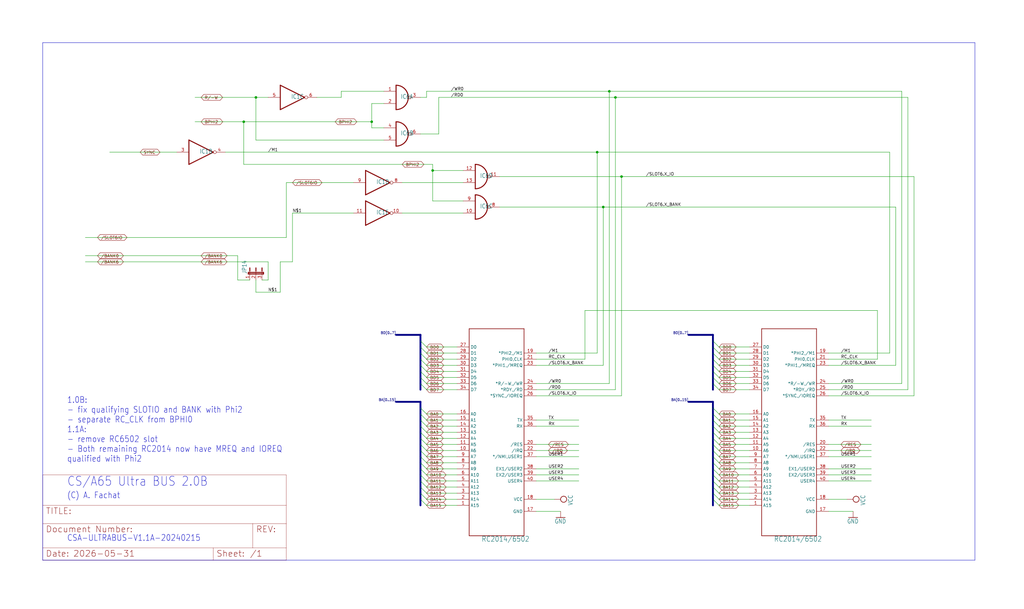
<source format=kicad_sch>
(kicad_sch (version 20231120) (generator "eeschema") (generator_version "8.0")
  (paper "User" 426.872 254.152)
  (lib_symbols
    (symbol "csa_ultrabus_v2-eagle-import:7400D"
      (property "Reference" "IC" (at -0.635 -0.635 0))
      (symbol "7400D_1_0"
        (arc (start -2.54 -5.08) (mid 2.5179 0) (end -2.54 5.08) (stroke (width 0.4064)))
        (polyline (pts (xy -2.54 5.08) (xy -2.54 -5.08)) (stroke (width 0.4064)))
        (pin input line (at -7.62 2.54 0) (length 5.08) (name "I0") (number "1"))
        (pin input line (at -7.62 -2.54 0) (length 5.08) (name "I1") (number "2"))
        (pin output inverted (at 7.62 0 180) (length 5.08) (name "O") (number "3"))
      )
      (symbol "7400D_2_0"
        (arc (start -2.54 -5.08) (mid 2.5179 0) (end -2.54 5.08) (stroke (width 0.4064)))
        (polyline (pts (xy -2.54 5.08) (xy -2.54 -5.08)) (stroke (width 0.4064)))
        (pin input line (at -7.62 2.54 0) (length 5.08) (name "I0") (number "4"))
        (pin input line (at -7.62 -2.54 0) (length 5.08) (name "I1") (number "5"))
        (pin output inverted (at 7.62 0 180) (length 5.08) (name "O") (number "6"))
      )
      (symbol "7400D_3_0"
        (arc (start -2.54 -5.08) (mid 2.5179 0) (end -2.54 5.08) (stroke (width 0.4064)))
        (polyline (pts (xy -2.54 5.08) (xy -2.54 -5.08)) (stroke (width 0.4064)))
        (pin input line (at -7.62 -2.54 0) (length 5.08) (name "I1") (number "10"))
        (pin output inverted (at 7.62 0 180) (length 5.08) (name "O") (number "8"))
        (pin input line (at -7.62 2.54 0) (length 5.08) (name "I0") (number "9"))
      )
      (symbol "7400D_4_0"
        (arc (start -2.54 -5.08) (mid 2.5179 0) (end -2.54 5.08) (stroke (width 0.4064)))
        (polyline (pts (xy -2.54 5.08) (xy -2.54 -5.08)) (stroke (width 0.4064)))
        (pin output inverted (at 7.62 0 180) (length 5.08) (name "O") (number "11"))
        (pin input line (at -7.62 2.54 0) (length 5.08) (name "I0") (number "12"))
        (pin input line (at -7.62 -2.54 0) (length 5.08) (name "I1") (number "13"))
      )
      (symbol "7400D_5_0"
        (text "GND" (at 1.905 -5.842 900) (effects (font (size 1.27 1.0795)) (justify left bottom)))
        (text "VCC" (at 1.905 2.54 900) (effects (font (size 1.27 1.0795)) (justify left bottom)))
        (pin power_in line (at 0 7.62 270) (length 5.08) (name "VCC") (number "14"))
        (pin power_in line (at 0 -7.62 90) (length 5.08) (name "GND") (number "7"))
      )
    )
    (symbol "csa_ultrabus_v2-eagle-import:7404D"
      (property "Reference" "IC" (at -0.635 -0.635 0))
      (symbol "7404D_1_0"
        (polyline (pts (xy -5.08 -5.08) (xy -5.08 5.08)) (stroke (width 0.4064)))
        (polyline (pts (xy -5.08 5.08) (xy 5.08 0)) (stroke (width 0.4064)))
        (polyline (pts (xy 5.08 0) (xy -5.08 -5.08)) (stroke (width 0.4064)))
        (pin input line (at -10.16 0 0) (length 5.08) (name "I") (number "1"))
        (pin output inverted (at 10.16 0 180) (length 5.08) (name "O") (number "2"))
      )
      (symbol "7404D_2_0"
        (polyline (pts (xy -5.08 -5.08) (xy -5.08 5.08)) (stroke (width 0.4064)))
        (polyline (pts (xy -5.08 5.08) (xy 5.08 0)) (stroke (width 0.4064)))
        (polyline (pts (xy 5.08 0) (xy -5.08 -5.08)) (stroke (width 0.4064)))
        (pin input line (at -10.16 0 0) (length 5.08) (name "I") (number "3"))
        (pin output inverted (at 10.16 0 180) (length 5.08) (name "O") (number "4"))
      )
      (symbol "7404D_3_0"
        (polyline (pts (xy -5.08 -5.08) (xy -5.08 5.08)) (stroke (width 0.4064)))
        (polyline (pts (xy -5.08 5.08) (xy 5.08 0)) (stroke (width 0.4064)))
        (polyline (pts (xy 5.08 0) (xy -5.08 -5.08)) (stroke (width 0.4064)))
        (pin input line (at -10.16 0 0) (length 5.08) (name "I") (number "5"))
        (pin output inverted (at 10.16 0 180) (length 5.08) (name "O") (number "6"))
      )
      (symbol "7404D_4_0"
        (polyline (pts (xy -5.08 -5.08) (xy -5.08 5.08)) (stroke (width 0.4064)))
        (polyline (pts (xy -5.08 5.08) (xy 5.08 0)) (stroke (width 0.4064)))
        (polyline (pts (xy 5.08 0) (xy -5.08 -5.08)) (stroke (width 0.4064)))
        (pin output inverted (at 10.16 0 180) (length 5.08) (name "O") (number "8"))
        (pin input line (at -10.16 0 0) (length 5.08) (name "I") (number "9"))
      )
      (symbol "7404D_5_0"
        (polyline (pts (xy -5.08 -5.08) (xy -5.08 5.08)) (stroke (width 0.4064)))
        (polyline (pts (xy -5.08 5.08) (xy 5.08 0)) (stroke (width 0.4064)))
        (polyline (pts (xy 5.08 0) (xy -5.08 -5.08)) (stroke (width 0.4064)))
        (pin output inverted (at 10.16 0 180) (length 5.08) (name "O") (number "10"))
        (pin input line (at -10.16 0 0) (length 5.08) (name "I") (number "11"))
      )
      (symbol "7404D_6_0"
        (polyline (pts (xy -5.08 -5.08) (xy -5.08 5.08)) (stroke (width 0.4064)))
        (polyline (pts (xy -5.08 5.08) (xy 5.08 0)) (stroke (width 0.4064)))
        (polyline (pts (xy 5.08 0) (xy -5.08 -5.08)) (stroke (width 0.4064)))
        (pin output inverted (at 10.16 0 180) (length 5.08) (name "O") (number "12"))
        (pin input line (at -10.16 0 0) (length 5.08) (name "I") (number "13"))
      )
      (symbol "7404D_7_0"
        (text "GND" (at 1.905 -5.842 900) (effects (font (size 1.27 1.0795)) (justify left bottom)))
        (text "VCC" (at 1.905 2.54 900) (effects (font (size 1.27 1.0795)) (justify left bottom)))
        (pin power_in line (at 0 7.62 270) (length 5.08) (name "VCC") (number "14"))
        (pin power_in line (at 0 -7.62 90) (length 5.08) (name "GND") (number "7"))
      )
    )
    (symbol "csa_ultrabus_v2-eagle-import:DOCFIELD"
      (symbol "DOCFIELD_1_0"
        (polyline (pts (xy 0 0) (xy 0 5.08)) (stroke (width 0.1016)))
        (polyline (pts (xy 0 0) (xy 71.12 0)) (stroke (width 0.1016)))
        (polyline (pts (xy 0 5.08) (xy 0 15.24)) (stroke (width 0.1016)))
        (polyline (pts (xy 0 5.08) (xy 71.12 5.08)) (stroke (width 0.1016)))
        (polyline (pts (xy 0 15.24) (xy 0 22.86)) (stroke (width 0.1016)))
        (polyline (pts (xy 0 22.86) (xy 0 35.56)) (stroke (width 0.1016)))
        (polyline (pts (xy 0 22.86) (xy 101.6 22.86)) (stroke (width 0.1016)))
        (polyline (pts (xy 71.12 0) (xy 101.6 0)) (stroke (width 0.1016)))
        (polyline (pts (xy 71.12 5.08) (xy 71.12 0)) (stroke (width 0.1016)))
        (polyline (pts (xy 71.12 5.08) (xy 87.63 5.08)) (stroke (width 0.1016)))
        (polyline (pts (xy 87.63 5.08) (xy 101.6 5.08)) (stroke (width 0.1016)))
        (polyline (pts (xy 87.63 15.24) (xy 0 15.24)) (stroke (width 0.1016)))
        (polyline (pts (xy 87.63 15.24) (xy 87.63 5.08)) (stroke (width 0.1016)))
        (polyline (pts (xy 101.6 5.08) (xy 101.6 0)) (stroke (width 0.1016)))
        (polyline (pts (xy 101.6 15.24) (xy 87.63 15.24)) (stroke (width 0.1016)))
        (polyline (pts (xy 101.6 15.24) (xy 101.6 5.08)) (stroke (width 0.1016)))
        (polyline (pts (xy 101.6 22.86) (xy 101.6 15.24)) (stroke (width 0.1016)))
        (polyline (pts (xy 101.6 35.56) (xy 0 35.56)) (stroke (width 0.1016)))
        (polyline (pts (xy 101.6 35.56) (xy 101.6 22.86)) (stroke (width 0.1016)))
        (text "${#}/${##}" (at 86.36 1.27 0) (effects (font (size 2.54 2.54)) (justify left bottom)))
        (text "${CURRENT_DATE}" (at 12.7 1.27 0) (effects (font (size 2.54 2.54)) (justify left bottom)))
        (text "${PROJECTNAME}" (at 17.78 19.05 0) (effects (font (size 2.54 2.54)) (justify left bottom)))
        (text "Date:" (at 1.27 1.27 0) (effects (font (size 2.54 2.54)) (justify left bottom)))
        (text "Document Number:" (at 1.27 11.43 0) (effects (font (size 2.54 2.54)) (justify left bottom)))
        (text "REV:" (at 88.9 11.43 0) (effects (font (size 2.54 2.54)) (justify left bottom)))
        (text "Sheet:" (at 72.39 1.27 0) (effects (font (size 2.54 2.54)) (justify left bottom)))
        (text "TITLE:" (at 1.27 19.05 0) (effects (font (size 2.54 2.54)) (justify left bottom)))
      )
    )
    (symbol "csa_ultrabus_v2-eagle-import:GND" (power)
      (property "Value" "GND" (at -2.54 -2.54 0))
      (symbol "GND_1_0"
        (polyline (pts (xy -1.905 0) (xy 1.905 0)) (stroke (width 0.254)))
        (pin power_in line (at 0 2.54 270) (length 2.54) (name "GND") (number "1"))
      )
    )
    (symbol "csa_ultrabus_v2-eagle-import:JP2E"
      (property "Reference" "JP" (at -3.81 0 90))
      (symbol "JP2E_1_0"
        (polyline (pts (xy -3.175 0) (xy 3.175 0)) (stroke (width 0.4064)))
        (polyline (pts (xy -3.175 0.635) (xy -3.175 0)) (stroke (width 0.4064)))
        (polyline (pts (xy -2.54 0) (xy -2.54 1.27)) (stroke (width 0.1524)))
        (polyline (pts (xy -2.54 2.54) (xy -2.54 1.27)) (stroke (width 0.4064)))
        (polyline (pts (xy 0 0) (xy 0 1.27)) (stroke (width 0.1524)))
        (polyline (pts (xy 0 2.54) (xy 0 1.27)) (stroke (width 0.4064)))
        (polyline (pts (xy 2.54 0) (xy 2.54 1.27)) (stroke (width 0.1524)))
        (polyline (pts (xy 2.54 2.54) (xy 2.54 1.27)) (stroke (width 0.4064)))
        (polyline (pts (xy 3.175 0) (xy 3.175 0.635)) (stroke (width 0.4064)))
        (polyline (pts (xy 3.175 0.635) (xy -3.175 0.635)) (stroke (width 0.4064)))
        (pin passive line (at -2.54 -2.54 90) (length 2.54) (name "1") (number "1"))
        (pin passive line (at 0 -2.54 90) (length 2.54) (name "2") (number "2"))
        (pin passive line (at 2.54 -2.54 90) (length 2.54) (name "3") (number "3"))
      )
    )
    (symbol "csa_ultrabus_v2-eagle-import:RC2014/6502"
      (symbol "RC2014/6502_1_0"
        (polyline (pts (xy -12.7 -60.96) (xy -12.7 25.4)) (stroke (width 0.254)))
        (polyline (pts (xy -12.7 25.4) (xy 10.16 25.4)) (stroke (width 0.254)))
        (polyline (pts (xy 10.16 -60.96) (xy -12.7 -60.96)) (stroke (width 0.254)))
        (polyline (pts (xy 10.16 25.4) (xy 10.16 -60.96)) (stroke (width 0.254)))
        (pin bidirectional line (at -17.78 -48.26 0) (length 5.08) (name "A15") (number "1"))
        (pin bidirectional line (at -17.78 -25.4 0) (length 5.08) (name "A6") (number "10"))
        (pin bidirectional line (at -17.78 -22.86 0) (length 5.08) (name "A5") (number "11"))
        (pin bidirectional line (at -17.78 -20.32 0) (length 5.08) (name "A4") (number "12"))
        (pin bidirectional line (at -17.78 -17.78 0) (length 5.08) (name "A3") (number "13"))
        (pin bidirectional line (at -17.78 -15.24 0) (length 5.08) (name "A2") (number "14"))
        (pin bidirectional line (at -17.78 -12.7 0) (length 5.08) (name "A1") (number "15"))
        (pin bidirectional line (at -17.78 -10.16 0) (length 5.08) (name "A0") (number "16"))
        (pin bidirectional line (at 15.24 -50.8 180) (length 5.08) (name "GND") (number "17"))
        (pin bidirectional line (at 15.24 -45.72 180) (length 5.08) (name "VCC") (number "18"))
        (pin bidirectional line (at 15.24 15.24 180) (length 5.08) (name "*PHI2,/M1") (number "19"))
        (pin bidirectional line (at -17.78 -45.72 0) (length 5.08) (name "A14") (number "2"))
        (pin bidirectional line (at 15.24 -22.86 180) (length 5.08) (name "/RES") (number "20"))
        (pin bidirectional line (at 15.24 12.7 180) (length 5.08) (name "PHI0,CLK") (number "21"))
        (pin bidirectional line (at 15.24 -25.4 180) (length 5.08) (name "/IRQ") (number "22"))
        (pin bidirectional line (at 15.24 10.16 180) (length 5.08) (name "*PHI1,/MREQ") (number "23"))
        (pin bidirectional line (at 15.24 2.54 180) (length 5.08) (name "*R/-W,/WR") (number "24"))
        (pin bidirectional line (at 15.24 0 180) (length 5.08) (name "*RDY,/RD") (number "25"))
        (pin bidirectional line (at 15.24 -2.54 180) (length 5.08) (name "*SYNC,/IOREQ") (number "26"))
        (pin bidirectional line (at -17.78 17.78 0) (length 5.08) (name "D0") (number "27"))
        (pin bidirectional line (at -17.78 15.24 0) (length 5.08) (name "D1") (number "28"))
        (pin bidirectional line (at -17.78 12.7 0) (length 5.08) (name "D2") (number "29"))
        (pin bidirectional line (at -17.78 -43.18 0) (length 5.08) (name "A13") (number "3"))
        (pin bidirectional line (at -17.78 10.16 0) (length 5.08) (name "D3") (number "30"))
        (pin bidirectional line (at -17.78 7.62 0) (length 5.08) (name "D4") (number "31"))
        (pin bidirectional line (at -17.78 5.08 0) (length 5.08) (name "D5") (number "32"))
        (pin bidirectional line (at -17.78 2.54 0) (length 5.08) (name "D6") (number "33"))
        (pin bidirectional line (at -17.78 0 0) (length 5.08) (name "D7") (number "34"))
        (pin bidirectional line (at 15.24 -12.7 180) (length 5.08) (name "TX") (number "35"))
        (pin bidirectional line (at 15.24 -15.24 180) (length 5.08) (name "RX") (number "36"))
        (pin bidirectional line (at 15.24 -27.94 180) (length 5.08) (name "*/NMI,USER1") (number "37"))
        (pin bidirectional line (at 15.24 -33.02 180) (length 5.08) (name "EX1/USER2") (number "38"))
        (pin bidirectional line (at 15.24 -35.56 180) (length 5.08) (name "EX2/USER3") (number "39"))
        (pin bidirectional line (at -17.78 -40.64 0) (length 5.08) (name "A12") (number "4"))
        (pin bidirectional line (at 15.24 -38.1 180) (length 5.08) (name "USER4") (number "40"))
        (pin bidirectional line (at -17.78 -38.1 0) (length 5.08) (name "A11") (number "5"))
        (pin bidirectional line (at -17.78 -35.56 0) (length 5.08) (name "A10") (number "6"))
        (pin bidirectional line (at -17.78 -33.02 0) (length 5.08) (name "A9") (number "7"))
        (pin bidirectional line (at -17.78 -30.48 0) (length 5.08) (name "A8") (number "8"))
        (pin bidirectional line (at -17.78 -27.94 0) (length 5.08) (name "A7") (number "9"))
      )
    )
    (symbol "csa_ultrabus_v2-eagle-import:VCC" (power)
      (property "Value" "VCC" (at -1.905 3.175 0))
      (symbol "VCC_1_0"
        (circle (center 0 1.27) (radius 1.27) (stroke (width 0.254)))
        (pin power_in line (at 0 -2.54 90) (length 2.54) (name "VCC") (number "1"))
      )
    )
  )
  (junction (at 256.54 40.64))
  (junction (at 180.34 71.12))
  (junction (at 259.08 73.66))
  (junction (at 254 38.1))
  (junction (at 154.94 50.8))
  (junction (at 106.68 40.64))
  (junction (at 248.92 63.5))
  (junction (at 251.46 86.36))
  (junction (at 101.6 50.8))
  (bus_entry (at 299.72 187.96) (size -2.54 -2.54))
  (bus_entry (at 299.72 144.78) (size -2.54 -2.54))
  (bus_entry (at 177.8 210.82) (size -2.54 -2.54))
  (bus_entry (at 299.72 208.28) (size -2.54 -2.54))
  (bus_entry (at 299.72 203.2) (size -2.54 -2.54))
  (bus_entry (at 177.8 172.72) (size -2.54 -2.54))
  (bus_entry (at 299.72 152.4) (size -2.54 -2.54))
  (bus_entry (at 299.72 149.86) (size -2.54 -2.54))
  (bus_entry (at 299.72 177.8) (size -2.54 -2.54))
  (bus_entry (at 177.8 149.86) (size -2.54 -2.54))
  (bus_entry (at 299.72 198.12) (size -2.54 -2.54))
  (bus_entry (at 299.72 185.42) (size -2.54 -2.54))
  (bus_entry (at 177.8 193.04) (size -2.54 -2.54))
  (bus_entry (at 177.8 182.88) (size -2.54 -2.54))
  (bus_entry (at 299.72 205.74) (size -2.54 -2.54))
  (bus_entry (at 177.8 152.4) (size -2.54 -2.54))
  (bus_entry (at 177.8 203.2) (size -2.54 -2.54))
  (bus_entry (at 177.8 162.56) (size -2.54 -2.54))
  (bus_entry (at 177.8 208.28) (size -2.54 -2.54))
  (bus_entry (at 177.8 154.94) (size -2.54 -2.54))
  (bus_entry (at 299.72 160.02) (size -2.54 -2.54))
  (bus_entry (at 177.8 195.58) (size -2.54 -2.54))
  (bus_entry (at 177.8 175.26) (size -2.54 -2.54))
  (bus_entry (at 299.72 200.66) (size -2.54 -2.54))
  (bus_entry (at 177.8 144.78) (size -2.54 -2.54))
  (bus_entry (at 299.72 154.94) (size -2.54 -2.54))
  (bus_entry (at 299.72 175.26) (size -2.54 -2.54))
  (bus_entry (at 177.8 160.02) (size -2.54 -2.54))
  (bus_entry (at 177.8 187.96) (size -2.54 -2.54))
  (bus_entry (at 177.8 185.42) (size -2.54 -2.54))
  (bus_entry (at 177.8 177.8) (size -2.54 -2.54))
  (bus_entry (at 299.72 190.5) (size -2.54 -2.54))
  (bus_entry (at 299.72 210.82) (size -2.54 -2.54))
  (bus_entry (at 177.8 205.74) (size -2.54 -2.54))
  (bus_entry (at 299.72 193.04) (size -2.54 -2.54))
  (bus_entry (at 177.8 198.12) (size -2.54 -2.54))
  (bus_entry (at 299.72 147.32) (size -2.54 -2.54))
  (bus_entry (at 299.72 162.56) (size -2.54 -2.54))
  (bus_entry (at 177.8 147.32) (size -2.54 -2.54))
  (bus_entry (at 299.72 195.58) (size -2.54 -2.54))
  (bus_entry (at 299.72 182.88) (size -2.54 -2.54))
  (bus_entry (at 177.8 200.66) (size -2.54 -2.54))
  (bus_entry (at 177.8 190.5) (size -2.54 -2.54))
  (bus_entry (at 299.72 172.72) (size -2.54 -2.54))
  (bus_entry (at 177.8 180.34) (size -2.54 -2.54))
  (bus_entry (at 299.72 180.34) (size -2.54 -2.54))
  (bus_entry (at 299.72 157.48) (size -2.54 -2.54))
  (bus_entry (at 177.8 157.48) (size -2.54 -2.54))
  (bus (pts (xy 175.26 170.18) (xy 175.26 172.72)) (stroke (width 0.762)))
  (wire (pts (xy 154.94 53.34) (xy 154.94 50.8)) (stroke (width 0.1524)))
  (wire (pts (xy 312.42 152.4) (xy 299.72 152.4)) (stroke (width 0.1524)))
  (bus (pts (xy 175.26 193.04) (xy 175.26 195.58)) (stroke (width 0.762)))
  (wire (pts (xy 345.44 213.36) (xy 355.6 213.36)) (stroke (width 0.1524)))
  (wire (pts (xy 167.64 76.2) (xy 193.04 76.2)) (stroke (width 0.1524)))
  (bus (pts (xy 175.26 142.24) (xy 175.26 144.78)) (stroke (width 0.762)))
  (wire (pts (xy 223.52 200.66) (xy 241.3 200.66)) (stroke (width 0.1524)))
  (wire (pts (xy 111.76 116.84) (xy 111.76 109.22)) (stroke (width 0.1524)))
  (wire (pts (xy 116.84 121.92) (xy 106.68 121.92)) (stroke (width 0.1524)))
  (wire (pts (xy 190.5 149.86) (xy 177.8 149.86)) (stroke (width 0.1524)))
  (wire (pts (xy 101.6 68.58) (xy 180.34 68.58)) (stroke (width 0.1524)))
  (wire (pts (xy 106.68 40.64) (xy 81.28 40.64)) (stroke (width 0.1524)))
  (wire (pts (xy 190.5 144.78) (xy 177.8 144.78)) (stroke (width 0.1524)))
  (wire (pts (xy 190.5 190.5) (xy 177.8 190.5)) (stroke (width 0.1524)))
  (wire (pts (xy 208.28 86.36) (xy 251.46 86.36)) (stroke (width 0.1524)))
  (bus (pts (xy 175.26 187.96) (xy 175.26 190.5)) (stroke (width 0.762)))
  (wire (pts (xy 223.52 208.28) (xy 231.14 208.28)) (stroke (width 0.1524)))
  (wire (pts (xy 104.14 116.84) (xy 99.06 116.84)) (stroke (width 0.1524)))
  (bus (pts (xy 297.18 203.2) (xy 297.18 205.74)) (stroke (width 0.762)))
  (wire (pts (xy 190.5 193.04) (xy 177.8 193.04)) (stroke (width 0.1524)))
  (wire (pts (xy 345.44 177.8) (xy 363.22 177.8)) (stroke (width 0.1524)))
  (wire (pts (xy 190.5 205.74) (xy 177.8 205.74)) (stroke (width 0.1524)))
  (wire (pts (xy 223.52 185.42) (xy 241.3 185.42)) (stroke (width 0.1524)))
  (wire (pts (xy 182.88 40.64) (xy 256.54 40.64)) (stroke (width 0.1524)))
  (wire (pts (xy 190.5 154.94) (xy 177.8 154.94)) (stroke (width 0.1524)))
  (wire (pts (xy 223.52 195.58) (xy 241.3 195.58)) (stroke (width 0.1524)))
  (wire (pts (xy 182.88 55.88) (xy 182.88 40.64)) (stroke (width 0.1524)))
  (bus (pts (xy 297.18 154.94) (xy 297.18 157.48)) (stroke (width 0.762)))
  (wire (pts (xy 190.5 187.96) (xy 177.8 187.96)) (stroke (width 0.1524)))
  (wire (pts (xy 378.46 40.64) (xy 378.46 162.56)) (stroke (width 0.1524)))
  (wire (pts (xy 345.44 149.86) (xy 365.76 149.86)) (stroke (width 0.1524)))
  (bus (pts (xy 175.26 149.86) (xy 175.26 152.4)) (stroke (width 0.762)))
  (wire (pts (xy 190.5 157.48) (xy 177.8 157.48)) (stroke (width 0.1524)))
  (wire (pts (xy 119.38 76.2) (xy 147.32 76.2)) (stroke (width 0.1524)))
  (wire (pts (xy 223.52 160.02) (xy 254 160.02)) (stroke (width 0.1524)))
  (wire (pts (xy 180.34 83.82) (xy 193.04 83.82)) (stroke (width 0.1524)))
  (bus (pts (xy 175.26 139.7) (xy 175.26 142.24)) (stroke (width 0.762)))
  (wire (pts (xy 106.68 58.42) (xy 160.02 58.42)) (stroke (width 0.1524)))
  (wire (pts (xy 190.5 160.02) (xy 177.8 160.02)) (stroke (width 0.1524)))
  (wire (pts (xy 345.44 190.5) (xy 363.22 190.5)) (stroke (width 0.1524)))
  (bus (pts (xy 297.18 147.32) (xy 297.18 149.86)) (stroke (width 0.762)))
  (wire (pts (xy 167.64 88.9) (xy 193.04 88.9)) (stroke (width 0.1524)))
  (wire (pts (xy 312.42 187.96) (xy 299.72 187.96)) (stroke (width 0.1524)))
  (bus (pts (xy 175.26 203.2) (xy 175.26 205.74)) (stroke (width 0.762)))
  (wire (pts (xy 223.52 213.36) (xy 233.68 213.36)) (stroke (width 0.1524)))
  (bus (pts (xy 175.26 185.42) (xy 175.26 187.96)) (stroke (width 0.762)))
  (wire (pts (xy 223.52 190.5) (xy 241.3 190.5)) (stroke (width 0.1524)))
  (bus (pts (xy 297.18 200.66) (xy 297.18 203.2)) (stroke (width 0.762)))
  (bus (pts (xy 297.18 175.26) (xy 297.18 177.8)) (stroke (width 0.762)))
  (wire (pts (xy 312.42 154.94) (xy 299.72 154.94)) (stroke (width 0.1524)))
  (wire (pts (xy 345.44 152.4) (xy 373.38 152.4)) (stroke (width 0.1524)))
  (bus (pts (xy 175.26 147.32) (xy 175.26 149.86)) (stroke (width 0.762)))
  (wire (pts (xy 254 38.1) (xy 375.92 38.1)) (stroke (width 0.1524)))
  (wire (pts (xy 345.44 195.58) (xy 363.22 195.58)) (stroke (width 0.1524)))
  (wire (pts (xy 223.52 198.12) (xy 241.3 198.12)) (stroke (width 0.1524)))
  (bus (pts (xy 175.26 208.28) (xy 175.26 210.82)) (stroke (width 0.762)))
  (wire (pts (xy 106.68 121.92) (xy 106.68 116.84)) (stroke (width 0.1524)))
  (wire (pts (xy 35.56 106.68) (xy 99.06 106.68)) (stroke (width 0.1524)))
  (wire (pts (xy 243.84 149.86) (xy 243.84 129.54)) (stroke (width 0.1524)))
  (wire (pts (xy 373.38 86.36) (xy 373.38 152.4)) (stroke (width 0.1524)))
  (bus (pts (xy 297.18 170.18) (xy 297.18 172.72)) (stroke (width 0.762)))
  (wire (pts (xy 223.52 187.96) (xy 241.3 187.96)) (stroke (width 0.1524)))
  (wire (pts (xy 190.5 185.42) (xy 177.8 185.42)) (stroke (width 0.1524)))
  (bus (pts (xy 297.18 152.4) (xy 297.18 154.94)) (stroke (width 0.762)))
  (wire (pts (xy 370.84 63.5) (xy 370.84 147.32)) (stroke (width 0.1524)))
  (wire (pts (xy 99.06 106.68) (xy 99.06 116.84)) (stroke (width 0.1524)))
  (wire (pts (xy 312.42 182.88) (xy 299.72 182.88)) (stroke (width 0.1524)))
  (wire (pts (xy 101.6 68.58) (xy 101.6 50.8)) (stroke (width 0.1524)))
  (bus (pts (xy 297.18 182.88) (xy 297.18 185.42)) (stroke (width 0.762)))
  (wire (pts (xy 121.92 109.22) (xy 116.84 109.22)) (stroke (width 0.1524)))
  (wire (pts (xy 101.6 50.8) (xy 81.28 50.8)) (stroke (width 0.1524)))
  (bus (pts (xy 175.26 180.34) (xy 175.26 182.88)) (stroke (width 0.762)))
  (bus (pts (xy 165.1 139.7) (xy 175.26 139.7)) (stroke (width 0.762)))
  (wire (pts (xy 180.34 71.12) (xy 180.34 83.82)) (stroke (width 0.1524)))
  (wire (pts (xy 175.26 55.88) (xy 182.88 55.88)) (stroke (width 0.1524)))
  (wire (pts (xy 160.02 53.34) (xy 154.94 53.34)) (stroke (width 0.1524)))
  (wire (pts (xy 223.52 149.86) (xy 243.84 149.86)) (stroke (width 0.1524)))
  (wire (pts (xy 312.42 193.04) (xy 299.72 193.04)) (stroke (width 0.1524)))
  (wire (pts (xy 381 73.66) (xy 381 165.1)) (stroke (width 0.1524)))
  (bus (pts (xy 297.18 190.5) (xy 297.18 193.04)) (stroke (width 0.762)))
  (bus (pts (xy 175.26 182.88) (xy 175.26 185.42)) (stroke (width 0.762)))
  (wire (pts (xy 312.42 205.74) (xy 299.72 205.74)) (stroke (width 0.1524)))
  (wire (pts (xy 119.38 99.06) (xy 35.56 99.06)) (stroke (width 0.1524)))
  (wire (pts (xy 251.46 86.36) (xy 251.46 152.4)) (stroke (width 0.1524)))
  (wire (pts (xy 251.46 86.36) (xy 373.38 86.36)) (stroke (width 0.1524)))
  (wire (pts (xy 254 38.1) (xy 254 160.02)) (stroke (width 0.1524)))
  (wire (pts (xy 190.5 208.28) (xy 177.8 208.28)) (stroke (width 0.1524)))
  (wire (pts (xy 370.84 147.32) (xy 345.44 147.32)) (stroke (width 0.1524)))
  (bus (pts (xy 297.18 187.96) (xy 297.18 190.5)) (stroke (width 0.762)))
  (wire (pts (xy 106.68 40.64) (xy 111.76 40.64)) (stroke (width 0.1524)))
  (wire (pts (xy 142.24 38.1) (xy 160.02 38.1)) (stroke (width 0.1524)))
  (bus (pts (xy 287.02 139.7) (xy 297.18 139.7)) (stroke (width 0.762)))
  (wire (pts (xy 248.92 63.5) (xy 370.84 63.5)) (stroke (width 0.1524)))
  (wire (pts (xy 248.92 147.32) (xy 223.52 147.32)) (stroke (width 0.1524)))
  (wire (pts (xy 190.5 177.8) (xy 177.8 177.8)) (stroke (width 0.1524)))
  (wire (pts (xy 111.76 109.22) (xy 35.56 109.22)) (stroke (width 0.1524)))
  (wire (pts (xy 180.34 68.58) (xy 180.34 71.12)) (stroke (width 0.1524)))
  (bus (pts (xy 175.26 195.58) (xy 175.26 198.12)) (stroke (width 0.762)))
  (wire (pts (xy 312.42 208.28) (xy 299.72 208.28)) (stroke (width 0.1524)))
  (wire (pts (xy 190.5 147.32) (xy 177.8 147.32)) (stroke (width 0.1524)))
  (wire (pts (xy 193.04 71.12) (xy 180.34 71.12)) (stroke (width 0.1524)))
  (wire (pts (xy 312.42 195.58) (xy 299.72 195.58)) (stroke (width 0.1524)))
  (wire (pts (xy 312.42 149.86) (xy 299.72 149.86)) (stroke (width 0.1524)))
  (wire (pts (xy 190.5 152.4) (xy 177.8 152.4)) (stroke (width 0.1524)))
  (bus (pts (xy 175.26 144.78) (xy 175.26 147.32)) (stroke (width 0.762)))
  (wire (pts (xy 312.42 210.82) (xy 299.72 210.82)) (stroke (width 0.1524)))
  (bus (pts (xy 175.26 167.64) (xy 175.26 170.18)) (stroke (width 0.762)))
  (bus (pts (xy 297.18 195.58) (xy 297.18 198.12)) (stroke (width 0.762)))
  (wire (pts (xy 312.42 162.56) (xy 299.72 162.56)) (stroke (width 0.1524)))
  (wire (pts (xy 345.44 185.42) (xy 363.22 185.42)) (stroke (width 0.1524)))
  (wire (pts (xy 345.44 200.66) (xy 363.22 200.66)) (stroke (width 0.1524)))
  (bus (pts (xy 297.18 185.42) (xy 297.18 187.96)) (stroke (width 0.762)))
  (bus (pts (xy 297.18 180.34) (xy 297.18 182.88)) (stroke (width 0.762)))
  (wire (pts (xy 106.68 40.64) (xy 106.68 58.42)) (stroke (width 0.1524)))
  (bus (pts (xy 297.18 177.8) (xy 297.18 180.34)) (stroke (width 0.762)))
  (bus (pts (xy 297.18 172.72) (xy 297.18 175.26)) (stroke (width 0.762)))
  (wire (pts (xy 223.52 177.8) (xy 241.3 177.8)) (stroke (width 0.1524)))
  (polyline (pts (xy 406.4 17.78) (xy 17.78 17.78)) (stroke (width 0.1524) (type solid)))
  (wire (pts (xy 259.08 165.1) (xy 223.52 165.1)) (stroke (width 0.1524)))
  (wire (pts (xy 73.66 63.5) (xy 45.72 63.5)) (stroke (width 0.1524)))
  (wire (pts (xy 190.5 195.58) (xy 177.8 195.58)) (stroke (width 0.1524)))
  (wire (pts (xy 190.5 172.72) (xy 177.8 172.72)) (stroke (width 0.1524)))
  (wire (pts (xy 312.42 200.66) (xy 299.72 200.66)) (stroke (width 0.1524)))
  (wire (pts (xy 119.38 99.06) (xy 119.38 76.2)) (stroke (width 0.1524)))
  (bus (pts (xy 297.18 167.64) (xy 297.18 170.18)) (stroke (width 0.762)))
  (bus (pts (xy 175.26 175.26) (xy 175.26 177.8)) (stroke (width 0.762)))
  (bus (pts (xy 297.18 160.02) (xy 297.18 162.56)) (stroke (width 0.762)))
  (polyline (pts (xy 17.78 233.68) (xy 406.4 233.68)) (stroke (width 0.1524) (type solid)))
  (wire (pts (xy 256.54 40.64) (xy 256.54 162.56)) (stroke (width 0.1524)))
  (wire (pts (xy 312.42 160.02) (xy 299.72 160.02)) (stroke (width 0.1524)))
  (wire (pts (xy 116.84 109.22) (xy 116.84 121.92)) (stroke (width 0.1524)))
  (wire (pts (xy 142.24 40.64) (xy 142.24 38.1)) (stroke (width 0.1524)))
  (wire (pts (xy 345.44 208.28) (xy 353.06 208.28)) (stroke (width 0.1524)))
  (bus (pts (xy 297.18 193.04) (xy 297.18 195.58)) (stroke (width 0.762)))
  (bus (pts (xy 297.18 144.78) (xy 297.18 147.32)) (stroke (width 0.762)))
  (wire (pts (xy 375.92 38.1) (xy 375.92 160.02)) (stroke (width 0.1524)))
  (bus (pts (xy 297.18 139.7) (xy 297.18 142.24)) (stroke (width 0.762)))
  (wire (pts (xy 248.92 63.5) (xy 248.92 147.32)) (stroke (width 0.1524)))
  (wire (pts (xy 190.5 203.2) (xy 177.8 203.2)) (stroke (width 0.1524)))
  (wire (pts (xy 312.42 147.32) (xy 299.72 147.32)) (stroke (width 0.1524)))
  (wire (pts (xy 190.5 210.82) (xy 177.8 210.82)) (stroke (width 0.1524)))
  (wire (pts (xy 312.42 185.42) (xy 299.72 185.42)) (stroke (width 0.1524)))
  (wire (pts (xy 208.28 73.66) (xy 259.08 73.66)) (stroke (width 0.1524)))
  (wire (pts (xy 177.8 38.1) (xy 254 38.1)) (stroke (width 0.1524)))
  (bus (pts (xy 297.18 142.24) (xy 297.18 144.78)) (stroke (width 0.762)))
  (polyline (pts (xy 17.78 17.78) (xy 17.78 233.68)) (stroke (width 0.1524) (type solid)))
  (wire (pts (xy 243.84 129.54) (xy 365.76 129.54)) (stroke (width 0.1524)))
  (wire (pts (xy 345.44 187.96) (xy 363.22 187.96)) (stroke (width 0.1524)))
  (wire (pts (xy 312.42 172.72) (xy 299.72 172.72)) (stroke (width 0.1524)))
  (wire (pts (xy 190.5 198.12) (xy 177.8 198.12)) (stroke (width 0.1524)))
  (bus (pts (xy 287.02 167.64) (xy 297.18 167.64)) (stroke (width 0.762)))
  (bus (pts (xy 297.18 208.28) (xy 297.18 210.82)) (stroke (width 0.762)))
  (bus (pts (xy 297.18 149.86) (xy 297.18 152.4)) (stroke (width 0.762)))
  (wire (pts (xy 223.52 162.56) (xy 256.54 162.56)) (stroke (width 0.1524)))
  (bus (pts (xy 175.26 172.72) (xy 175.26 175.26)) (stroke (width 0.762)))
  (bus (pts (xy 175.26 157.48) (xy 175.26 160.02)) (stroke (width 0.762)))
  (bus (pts (xy 175.26 190.5) (xy 175.26 193.04)) (stroke (width 0.762)))
  (wire (pts (xy 365.76 129.54) (xy 365.76 149.86)) (stroke (width 0.1524)))
  (wire (pts (xy 132.08 40.64) (xy 142.24 40.64)) (stroke (width 0.1524)))
  (wire (pts (xy 256.54 40.64) (xy 378.46 40.64)) (stroke (width 0.1524)))
  (wire (pts (xy 381 165.1) (xy 345.44 165.1)) (stroke (width 0.1524)))
  (bus (pts (xy 297.18 205.74) (xy 297.18 208.28)) (stroke (width 0.762)))
  (wire (pts (xy 190.5 180.34) (xy 177.8 180.34)) (stroke (width 0.1524)))
  (bus (pts (xy 175.26 160.02) (xy 175.26 162.56)) (stroke (width 0.762)))
  (wire (pts (xy 312.42 175.26) (xy 299.72 175.26)) (stroke (width 0.1524)))
  (wire (pts (xy 160.02 43.18) (xy 154.94 43.18)) (stroke (width 0.1524)))
  (wire (pts (xy 109.22 116.84) (xy 111.76 116.84)) (stroke (width 0.1524)))
  (wire (pts (xy 190.5 175.26) (xy 177.8 175.26)) (stroke (width 0.1524)))
  (wire (pts (xy 345.44 175.26) (xy 363.22 175.26)) (stroke (width 0.1524)))
  (wire (pts (xy 312.42 177.8) (xy 299.72 177.8)) (stroke (width 0.1524)))
  (bus (pts (xy 175.26 205.74) (xy 175.26 208.28)) (stroke (width 0.762)))
  (wire (pts (xy 345.44 162.56) (xy 378.46 162.56)) (stroke (width 0.1524)))
  (wire (pts (xy 190.5 182.88) (xy 177.8 182.88)) (stroke (width 0.1524)))
  (wire (pts (xy 175.26 40.64) (xy 177.8 40.64)) (stroke (width 0.1524)))
  (bus (pts (xy 175.26 200.66) (xy 175.26 203.2)) (stroke (width 0.762)))
  (bus (pts (xy 175.26 198.12) (xy 175.26 200.66)) (stroke (width 0.762)))
  (wire (pts (xy 93.98 63.5) (xy 248.92 63.5)) (stroke (width 0.1524)))
  (wire (pts (xy 312.42 203.2) (xy 299.72 203.2)) (stroke (width 0.1524)))
  (wire (pts (xy 147.32 88.9) (xy 121.92 88.9)) (stroke (width 0.1524)))
  (bus (pts (xy 165.1 167.64) (xy 175.26 167.64)) (stroke (width 0.762)))
  (wire (pts (xy 154.94 50.8) (xy 101.6 50.8)) (stroke (width 0.1524)))
  (bus (pts (xy 175.26 154.94) (xy 175.26 157.48)) (stroke (width 0.762)))
  (wire (pts (xy 312.42 190.5) (xy 299.72 190.5)) (stroke (width 0.1524)))
  (bus (pts (xy 297.18 157.48) (xy 297.18 160.02)) (stroke (width 0.762)))
  (wire (pts (xy 121.92 88.9) (xy 121.92 109.22)) (stroke (width 0.1524)))
  (wire (pts (xy 177.8 40.64) (xy 177.8 38.1)) (stroke (width 0.1524)))
  (bus (pts (xy 175.26 177.8) (xy 175.26 180.34)) (stroke (width 0.762)))
  (polyline (pts (xy 406.4 233.68) (xy 406.4 17.78)) (stroke (width 0.1524) (type solid)))
  (wire (pts (xy 312.42 144.78) (xy 299.72 144.78)) (stroke (width 0.1524)))
  (wire (pts (xy 251.46 152.4) (xy 223.52 152.4)) (stroke (width 0.1524)))
  (bus (pts (xy 297.18 198.12) (xy 297.18 200.66)) (stroke (width 0.762)))
  (wire (pts (xy 312.42 157.48) (xy 299.72 157.48)) (stroke (width 0.1524)))
  (wire (pts (xy 312.42 180.34) (xy 299.72 180.34)) (stroke (width 0.1524)))
  (wire (pts (xy 190.5 162.56) (xy 177.8 162.56)) (stroke (width 0.1524)))
  (wire (pts (xy 154.94 43.18) (xy 154.94 50.8)) (stroke (width 0.1524)))
  (wire (pts (xy 312.42 198.12) (xy 299.72 198.12)) (stroke (width 0.1524)))
  (wire (pts (xy 259.08 73.66) (xy 381 73.66)) (stroke (width 0.1524)))
  (wire (pts (xy 259.08 73.66) (xy 259.08 165.1)) (stroke (width 0.1524)))
  (wire (pts (xy 345.44 160.02) (xy 375.92 160.02)) (stroke (width 0.1524)))
  (wire (pts (xy 345.44 198.12) (xy 363.22 198.12)) (stroke (width 0.1524)))
  (wire (pts (xy 223.52 175.26) (xy 241.3 175.26)) (stroke (width 0.1524)))
  (wire (pts (xy 190.5 200.66) (xy 177.8 200.66)) (stroke (width 0.1524)))
  (bus (pts (xy 175.26 152.4) (xy 175.26 154.94)) (stroke (width 0.762)))
  (text "(C) A. Fachat" (at 27.94 208.28 0) (effects (font (size 2.54 2.159)) (justify left bottom)))
  (text "CS/A65 Ultra BUS 2.0B" (at 27.94 203.2 0) (effects (font (size 3.81 3.2385)) (justify left bottom)))
  (text "1.0B:\n- fix qualifying SLOTIO and BANK with Phi2\n- separate RC_CLK from BPHI0\n1.1A:\n- remove RC6502 slot\n- Both remaining RC2014 now have MREQ and IOREQ\nqualified with Phi2" (at 27.94 193.04 0) (effects (font (size 2.54 2.159)) (justify left bottom)))
  (text "CSA-ULTRABUS-V1.1A-20240215" (at 27.94 226.06 0) (effects (font (size 2.54 2.159)) (justify left bottom)))
  (label "N$1" (at 121.92 88.9 0) (effects (font (size 1.2446 1.2446))))
  (label "/RD0" (at 228.6 162.56 0) (effects (font (size 1.2446 1.2446))))
  (label "TX" (at 350.52 175.26 0) (effects (font (size 1.2446 1.2446))))
  (label "/SLOT6.X_IO" (at 228.6 165.1 0) (effects (font (size 1.2446 1.2446))))
  (label "/WR0" (at 187.96 38.1 0) (effects (font (size 1.2446 1.2446))))
  (label "BD[0..7]" (at 165.1 139.7 180) (effects (font (size 1.016 1.016))))
  (label "USER3" (at 228.6 198.12 0) (effects (font (size 1.2446 1.2446))))
  (label "TX" (at 228.6 175.26 0) (effects (font (size 1.2446 1.2446))))
  (label "/SLOT6.X_IO" (at 269.24 73.66 0) (effects (font (size 1.2446 1.2446))))
  (label "BD[0..7]" (at 287.02 139.7 180) (effects (font (size 1.016 1.016))))
  (label "USER2" (at 228.6 195.58 0) (effects (font (size 1.2446 1.2446))))
  (label "BA[0..15]" (at 165.1 167.64 180) (effects (font (size 1.016 1.016))))
  (label "RX" (at 228.6 177.8 0) (effects (font (size 1.2446 1.2446))))
  (label "/M1" (at 350.52 147.32 0) (effects (font (size 1.2446 1.2446))))
  (label "/M1" (at 111.76 63.5 0) (effects (font (size 1.2446 1.2446))))
  (label "/RD0" (at 350.52 162.56 0) (effects (font (size 1.2446 1.2446))))
  (label "/SLOT6.X_IO" (at 350.52 165.1 0) (effects (font (size 1.2446 1.2446))))
  (label "/SLOT6.X_BANK" (at 350.52 152.4 0) (effects (font (size 1.2446 1.2446))))
  (label "USER1" (at 228.6 190.5 0) (effects (font (size 1.2446 1.2446))))
  (label "USER4" (at 350.52 200.66 0) (effects (font (size 1.2446 1.2446))))
  (label "RC_CLK" (at 228.6 149.86 0) (effects (font (size 1.2446 1.2446))))
  (label "USER2" (at 350.52 195.58 0) (effects (font (size 1.2446 1.2446))))
  (label "/SLOT6.X_BANK" (at 228.6 152.4 0) (effects (font (size 1.2446 1.2446))))
  (label "/WR0" (at 228.6 160.02 0) (effects (font (size 1.2446 1.2446))))
  (label "/M1" (at 228.6 147.32 0) (effects (font (size 1.2446 1.2446))))
  (label "/SLOT6.X_BANK" (at 269.24 86.36 0) (effects (font (size 1.2446 1.2446))))
  (label "USER3" (at 350.52 198.12 0) (effects (font (size 1.2446 1.2446))))
  (label "/WR0" (at 350.52 160.02 0) (effects (font (size 1.2446 1.2446))))
  (label "/RD0" (at 187.96 40.64 0) (effects (font (size 1.2446 1.2446))))
  (label "USER1" (at 350.52 190.5 0) (effects (font (size 1.2446 1.2446))))
  (label "BA[0..15]" (at 287.02 167.64 180) (effects (font (size 1.016 1.016))))
  (label "N$1" (at 111.76 121.92 0) (effects (font (size 1.2446 1.2446))))
  (label "RC_CLK" (at 350.52 149.86 0) (effects (font (size 1.2446 1.2446))))
  (label "USER4" (at 228.6 200.66 0) (effects (font (size 1.2446 1.2446))))
  (label "RX" (at 350.52 177.8 0) (effects (font (size 1.2446 1.2446))))
  (global_label "BD4" (shape bidirectional) (at 177.8 154.94 0) (effects (font (size 1.2446 1.2446))) (property "Intersheetrefs" "${INTERSHEET_REFS}" (effects (hide yes))))
  (global_label "BD5" (shape bidirectional) (at 299.72 157.48 0) (effects (font (size 1.2446 1.2446))) (property "Intersheetrefs" "${INTERSHEET_REFS}" (effects (hide yes))))
  (global_label "BA5" (shape bidirectional) (at 299.72 185.42 0) (effects (font (size 1.2446 1.2446))) (property "Intersheetrefs" "${INTERSHEET_REFS}" (effects (hide yes))))
  (global_label "BA1" (shape bidirectional) (at 177.8 175.26 0) (effects (font (size 1.2446 1.2446))) (property "Intersheetrefs" "${INTERSHEET_REFS}" (effects (hide yes))))
  (global_label "BA13" (shape bidirectional) (at 177.8 205.74 0) (effects (font (size 1.2446 1.2446))) (property "Intersheetrefs" "${INTERSHEET_REFS}" (effects (hide yes))))
  (global_label "BA9" (shape bidirectional) (at 299.72 195.58 0) (effects (font (size 1.2446 1.2446))) (property "Intersheetrefs" "${INTERSHEET_REFS}" (effects (hide yes))))
  (global_label "BA1" (shape bidirectional) (at 299.72 175.26 0) (effects (font (size 1.2446 1.2446))) (property "Intersheetrefs" "${INTERSHEET_REFS}" (effects (hide yes))))
  (global_label "/RES" (shape bidirectional) (at 228.6 185.42 0) (effects (font (size 1.2446 1.2446))) (property "Intersheetrefs" "${INTERSHEET_REFS}" (effects (hide yes))))
  (global_label "BA7" (shape bidirectional) (at 177.8 190.5 0) (effects (font (size 1.2446 1.2446))) (property "Intersheetrefs" "${INTERSHEET_REFS}" (effects (hide yes))))
  (global_label "R/-W" (shape bidirectional) (at 83.82 40.64 0) (effects (font (size 1.2446 1.2446))) (property "Intersheetrefs" "${INTERSHEET_REFS}" (effects (hide yes))))
  (global_label "BD1" (shape bidirectional) (at 299.72 147.32 0) (effects (font (size 1.2446 1.2446))) (property "Intersheetrefs" "${INTERSHEET_REFS}" (effects (hide yes))))
  (global_label "BA5" (shape bidirectional) (at 177.8 185.42 0) (effects (font (size 1.2446 1.2446))) (property "Intersheetrefs" "${INTERSHEET_REFS}" (effects (hide yes))))
  (global_label "BD2" (shape bidirectional) (at 177.8 149.86 0) (effects (font (size 1.2446 1.2446))) (property "Intersheetrefs" "${INTERSHEET_REFS}" (effects (hide yes))))
  (global_label "BD6" (shape bidirectional) (at 177.8 160.02 0) (effects (font (size 1.2446 1.2446))) (property "Intersheetrefs" "${INTERSHEET_REFS}" (effects (hide yes))))
  (global_label "/SLOT6IO" (shape bidirectional) (at 121.92 76.2 0) (effects (font (size 1.2446 1.2446))) (property "Intersheetrefs" "${INTERSHEET_REFS}" (effects (hide yes))))
  (global_label "BA11" (shape bidirectional) (at 299.72 200.66 0) (effects (font (size 1.2446 1.2446))) (property "Intersheetrefs" "${INTERSHEET_REFS}" (effects (hide yes))))
  (global_label "BA14" (shape bidirectional) (at 299.72 208.28 0) (effects (font (size 1.2446 1.2446))) (property "Intersheetrefs" "${INTERSHEET_REFS}" (effects (hide yes))))
  (global_label "SYNC" (shape bidirectional) (at 58.42 63.5 0) (effects (font (size 1.2446 1.2446))) (property "Intersheetrefs" "${INTERSHEET_REFS}" (effects (hide yes))))
  (global_label "BA10" (shape bidirectional) (at 299.72 198.12 0) (effects (font (size 1.2446 1.2446))) (property "Intersheetrefs" "${INTERSHEET_REFS}" (effects (hide yes))))
  (global_label "/IRQ" (shape bidirectional) (at 350.52 187.96 0) (effects (font (size 1.2446 1.2446))) (property "Intersheetrefs" "${INTERSHEET_REFS}" (effects (hide yes))))
  (global_label "BA15" (shape bidirectional) (at 299.72 210.82 0) (effects (font (size 1.2446 1.2446))) (property "Intersheetrefs" "${INTERSHEET_REFS}" (effects (hide yes))))
  (global_label "/IRQ" (shape bidirectional) (at 228.6 187.96 0) (effects (font (size 1.2446 1.2446))) (property "Intersheetrefs" "${INTERSHEET_REFS}" (effects (hide yes))))
  (global_label "BA2" (shape bidirectional) (at 177.8 177.8 0) (effects (font (size 1.2446 1.2446))) (property "Intersheetrefs" "${INTERSHEET_REFS}" (effects (hide yes))))
  (global_label "BA6" (shape bidirectional) (at 177.8 187.96 0) (effects (font (size 1.2446 1.2446))) (property "Intersheetrefs" "${INTERSHEET_REFS}" (effects (hide yes))))
  (global_label "/SLOT6IO" (shape bidirectional) (at 40.64 99.06 0) (effects (font (size 1.2446 1.2446))) (property "Intersheetrefs" "${INTERSHEET_REFS}" (effects (hide yes))))
  (global_label "BD1" (shape bidirectional) (at 177.8 147.32 0) (effects (font (size 1.2446 1.2446))) (property "Intersheetrefs" "${INTERSHEET_REFS}" (effects (hide yes))))
  (global_label "BA10" (shape bidirectional) (at 177.8 198.12 0) (effects (font (size 1.2446 1.2446))) (property "Intersheetrefs" "${INTERSHEET_REFS}" (effects (hide yes))))
  (global_label "BD7" (shape bidirectional) (at 299.72 162.56 0) (effects (font (size 1.2446 1.2446))) (property "Intersheetrefs" "${INTERSHEET_REFS}" (effects (hide yes))))
  (global_label "BA3" (shape bidirectional) (at 299.72 180.34 0) (effects (font (size 1.2446 1.2446))) (property "Intersheetrefs" "${INTERSHEET_REFS}" (effects (hide yes))))
  (global_label "BD2" (shape bidirectional) (at 299.72 149.86 0) (effects (font (size 1.2446 1.2446))) (property "Intersheetrefs" "${INTERSHEET_REFS}" (effects (hide yes))))
  (global_label "BA13" (shape bidirectional) (at 299.72 205.74 0) (effects (font (size 1.2446 1.2446))) (property "Intersheetrefs" "${INTERSHEET_REFS}" (effects (hide yes))))
  (global_label "BA7" (shape bidirectional) (at 299.72 190.5 0) (effects (font (size 1.2446 1.2446))) (property "Intersheetrefs" "${INTERSHEET_REFS}" (effects (hide yes))))
  (global_label "BD3" (shape bidirectional) (at 299.72 152.4 0) (effects (font (size 1.2446 1.2446))) (property "Intersheetrefs" "${INTERSHEET_REFS}" (effects (hide yes))))
  (global_label "BA11" (shape bidirectional) (at 177.8 200.66 0) (effects (font (size 1.2446 1.2446))) (property "Intersheetrefs" "${INTERSHEET_REFS}" (effects (hide yes))))
  (global_label "BA8" (shape bidirectional) (at 299.72 193.04 0) (effects (font (size 1.2446 1.2446))) (property "Intersheetrefs" "${INTERSHEET_REFS}" (effects (hide yes))))
  (global_label "/BANK0" (shape bidirectional) (at 83.82 106.68 0) (effects (font (size 1.2446 1.2446))) (property "Intersheetrefs" "${INTERSHEET_REFS}" (effects (hide yes))))
  (global_label "BA8" (shape bidirectional) (at 177.8 193.04 0) (effects (font (size 1.2446 1.2446))) (property "Intersheetrefs" "${INTERSHEET_REFS}" (effects (hide yes))))
  (global_label "BA2" (shape bidirectional) (at 299.72 177.8 0) (effects (font (size 1.2446 1.2446))) (property "Intersheetrefs" "${INTERSHEET_REFS}" (effects (hide yes))))
  (global_label "/BANK6" (shape bidirectional) (at 83.82 109.22 0) (effects (font (size 1.2446 1.2446))) (property "Intersheetrefs" "${INTERSHEET_REFS}" (effects (hide yes))))
  (global_label "BA3" (shape bidirectional) (at 177.8 180.34 0) (effects (font (size 1.2446 1.2446))) (property "Intersheetrefs" "${INTERSHEET_REFS}" (effects (hide yes))))
  (global_label "BA0" (shape bidirectional) (at 299.72 172.72 0) (effects (font (size 1.2446 1.2446))) (property "Intersheetrefs" "${INTERSHEET_REFS}" (effects (hide yes))))
  (global_label "BD3" (shape bidirectional) (at 177.8 152.4 0) (effects (font (size 1.2446 1.2446))) (property "Intersheetrefs" "${INTERSHEET_REFS}" (effects (hide yes))))
  (global_label "BA6" (shape bidirectional) (at 299.72 187.96 0) (effects (font (size 1.2446 1.2446))) (property "Intersheetrefs" "${INTERSHEET_REFS}" (effects (hide yes))))
  (global_label "BA4" (shape bidirectional) (at 177.8 182.88 0) (effects (font (size 1.2446 1.2446))) (property "Intersheetrefs" "${INTERSHEET_REFS}" (effects (hide yes))))
  (global_label "/BANK6" (shape bidirectional) (at 40.64 109.22 0) (effects (font (size 1.2446 1.2446))) (property "Intersheetrefs" "${INTERSHEET_REFS}" (effects (hide yes))))
  (global_label "BA15" (shape bidirectional) (at 177.8 210.82 0) (effects (font (size 1.2446 1.2446))) (property "Intersheetrefs" "${INTERSHEET_REFS}" (effects (hide yes))))
  (global_label "BD6" (shape bidirectional) (at 299.72 160.02 0) (effects (font (size 1.2446 1.2446))) (property "Intersheetrefs" "${INTERSHEET_REFS}" (effects (hide yes))))
  (global_label "BA12" (shape bidirectional) (at 299.72 203.2 0) (effects (font (size 1.2446 1.2446))) (property "Intersheetrefs" "${INTERSHEET_REFS}" (effects (hide yes))))
  (global_label "BPHI2" (shape bidirectional) (at 139.7 50.8 0) (effects (font (size 1.2446 1.2446))) (property "Intersheetrefs" "${INTERSHEET_REFS}" (effects (hide yes))))
  (global_label "BA14" (shape bidirectional) (at 177.8 208.28 0) (effects (font (size 1.2446 1.2446))) (property "Intersheetrefs" "${INTERSHEET_REFS}" (effects (hide yes))))
  (global_label "BD0" (shape bidirectional) (at 299.72 144.78 0) (effects (font (size 1.2446 1.2446))) (property "Intersheetrefs" "${INTERSHEET_REFS}" (effects (hide yes))))
  (global_label "BD7" (shape bidirectional) (at 177.8 162.56 0) (effects (font (size 1.2446 1.2446))) (property "Intersheetrefs" "${INTERSHEET_REFS}" (effects (hide yes))))
  (global_label "BD0" (shape bidirectional) (at 177.8 144.78 0) (effects (font (size 1.2446 1.2446))) (property "Intersheetrefs" "${INTERSHEET_REFS}" (effects (hide yes))))
  (global_label "BA4" (shape bidirectional) (at 299.72 182.88 0) (effects (font (size 1.2446 1.2446))) (property "Intersheetrefs" "${INTERSHEET_REFS}" (effects (hide yes))))
  (global_label "BA9" (shape bidirectional) (at 177.8 195.58 0) (effects (font (size 1.2446 1.2446))) (property "Intersheetrefs" "${INTERSHEET_REFS}" (effects (hide yes))))
  (global_label "/RES" (shape bidirectional) (at 350.52 185.42 0) (effects (font (size 1.2446 1.2446))) (property "Intersheetrefs" "${INTERSHEET_REFS}" (effects (hide yes))))
  (global_label "/BANK0" (shape bidirectional) (at 40.64 106.68 0) (effects (font (size 1.2446 1.2446))) (property "Intersheetrefs" "${INTERSHEET_REFS}" (effects (hide yes))))
  (global_label "BD5" (shape bidirectional) (at 177.8 157.48 0) (effects (font (size 1.2446 1.2446))) (property "Intersheetrefs" "${INTERSHEET_REFS}" (effects (hide yes))))
  (global_label "BA12" (shape bidirectional) (at 177.8 203.2 0) (effects (font (size 1.2446 1.2446))) (property "Intersheetrefs" "${INTERSHEET_REFS}" (effects (hide yes))))
  (global_label "BPHI2" (shape bidirectional) (at 83.82 50.8 0) (effects (font (size 1.2446 1.2446))) (property "Intersheetrefs" "${INTERSHEET_REFS}" (effects (hide yes))))
  (global_label "BD4" (shape bidirectional) (at 299.72 154.94 0) (effects (font (size 1.2446 1.2446))) (property "Intersheetrefs" "${INTERSHEET_REFS}" (effects (hide yes))))
  (global_label "BPHI2" (shape bidirectional) (at 167.64 68.58 0) (effects (font (size 1.2446 1.2446))) (property "Intersheetrefs" "${INTERSHEET_REFS}" (effects (hide yes))))
  (global_label "BA0" (shape bidirectional) (at 177.8 172.72 0) (effects (font (size 1.2446 1.2446))) (property "Intersheetrefs" "${INTERSHEET_REFS}" (effects (hide yes))))
  (symbol (lib_id "csa_ultrabus_v2-eagle-import:VCC") (at 355.6 208.28 270) (unit 1)
    (property "Reference" "#SUPPLY07" (effects (hide yes)))
    (property "Value" "VCC" (at 358.775 206.375 0) (effects (font (size 1.778 1.5113)) (justify left bottom)))
  )
  (symbol (lib_id "csa_ultrabus_v2-eagle-import:7400D") (at 200.66 73.66 0) (unit 4)
    (property "Reference" "IC6" (at 200.025 74.295 0) (effects (font (size 1.778 1.5113)) (justify left bottom)))
    (property "Value" "7400D" (effects (hide yes)))
    (property "Footprint" "csa_ultrabus_v2:SO14" (effects (hide yes)))
  )
  (symbol (lib_id "csa_ultrabus_v2-eagle-import:GND") (at 355.6 215.9 0) (unit 1)
    (property "Reference" "#GND015" (effects (hide yes)))
    (property "Value" "GND" (at 353.06 218.44 0) (effects (font (size 1.778 1.5113)) (justify left bottom)))
  )
  (symbol (lib_id "csa_ultrabus_v2-eagle-import:7400D") (at 167.64 55.88 0) (unit 2)
    (property "Reference" "IC6" (at 167.005 56.515 0) (effects (font (size 1.778 1.5113)) (justify left bottom)))
    (property "Value" "7400D" (effects (hide yes)))
    (property "Footprint" "csa_ultrabus_v2:SO14" (effects (hide yes)))
  )
  (symbol (lib_id "csa_ultrabus_v2-eagle-import:7404D") (at 157.48 76.2 0) (unit 4)
    (property "Reference" "IC1" (at 156.845 76.835 0) (effects (font (size 1.778 1.5113)) (justify left bottom)))
    (property "Value" "7404D" (effects (hide yes)))
    (property "Footprint" "csa_ultrabus_v2:SO14" (effects (hide yes)))
  )
  (symbol (lib_id "csa_ultrabus_v2-eagle-import:JP2E") (at 106.68 114.3 0) (unit 1)
    (property "Reference" "JP14" (at 102.87 114.3 90) (effects (font (size 1.778 1.5113)) (justify left bottom)))
    (property "Value" "JP2E" (effects (hide yes)))
    (property "Footprint" "csa_ultrabus_v2:JP2" (effects (hide yes)))
  )
  (symbol (lib_id "csa_ultrabus_v2-eagle-import:GND") (at 233.68 215.9 0) (unit 1)
    (property "Reference" "#GND014" (effects (hide yes)))
    (property "Value" "GND" (at 231.14 218.44 0) (effects (font (size 1.778 1.5113)) (justify left bottom)))
  )
  (symbol (lib_id "csa_ultrabus_v2-eagle-import:VCC") (at 233.68 208.28 270) (unit 1)
    (property "Reference" "#SUPPLY06" (effects (hide yes)))
    (property "Value" "VCC" (at 236.855 206.375 0) (effects (font (size 1.778 1.5113)) (justify left bottom)))
  )
  (symbol (lib_id "csa_ultrabus_v2-eagle-import:7404D") (at 121.92 40.64 0) (unit 3)
    (property "Reference" "IC1" (at 121.285 41.275 0) (effects (font (size 1.778 1.5113)) (justify left bottom)))
    (property "Value" "7404D" (effects (hide yes)))
    (property "Footprint" "csa_ultrabus_v2:SO14" (effects (hide yes)))
  )
  (symbol (lib_id "csa_ultrabus_v2-eagle-import:7404D") (at 83.82 63.5 0) (unit 2)
    (property "Reference" "IC1" (at 83.185 64.135 0) (effects (font (size 1.778 1.5113)) (justify left bottom)))
    (property "Value" "7404D" (effects (hide yes)))
    (property "Footprint" "csa_ultrabus_v2:SO14" (effects (hide yes)))
  )
  (symbol (lib_id "csa_ultrabus_v2-eagle-import:RC2014/6502") (at 330.2 162.56 0) (unit 1)
    (property "Reference" "SLOT6.1" (effects (hide yes)))
    (property "Value" "RC2014/6502" (at 322.58 226.06 0) (effects (font (size 2.1844 1.8567)) (justify left bottom)))
    (property "Footprint" "csa_ultrabus_v2:SIL40" (effects (hide yes)))
  )
  (symbol (lib_id "csa_ultrabus_v2-eagle-import:7400D") (at 167.64 40.64 0) (unit 1)
    (property "Reference" "IC6" (at 167.005 41.275 0) (effects (font (size 1.778 1.5113)) (justify left bottom)))
    (property "Value" "7400D" (effects (hide yes)))
    (property "Footprint" "csa_ultrabus_v2:SO14" (effects (hide yes)))
  )
  (symbol (lib_id "csa_ultrabus_v2-eagle-import:DOCFIELD") (at 17.78 233.68 0) (unit 1)
    (property "Reference" "#FRAME3" (effects (hide yes)))
    (property "Value" "DOCFIELD" (effects (hide yes)))
  )
  (symbol (lib_id "csa_ultrabus_v2-eagle-import:7400D") (at 200.66 86.36 0) (unit 3)
    (property "Reference" "IC6" (at 200.025 86.995 0) (effects (font (size 1.778 1.5113)) (justify left bottom)))
    (property "Value" "7400D" (effects (hide yes)))
    (property "Footprint" "csa_ultrabus_v2:SO14" (effects (hide yes)))
  )
  (symbol (lib_id "csa_ultrabus_v2-eagle-import:7404D") (at 157.48 88.9 0) (unit 5)
    (property "Reference" "IC1" (at 156.845 89.535 0) (effects (font (size 1.778 1.5113)) (justify left bottom)))
    (property "Value" "7404D" (effects (hide yes)))
    (property "Footprint" "csa_ultrabus_v2:SO14" (effects (hide yes)))
  )
  (symbol (lib_id "csa_ultrabus_v2-eagle-import:RC2014/6502") (at 208.28 162.56 0) (unit 1)
    (property "Reference" "SLOT6.2" (effects (hide yes)))
    (property "Value" "RC2014/6502" (at 200.66 226.06 0) (effects (font (size 2.1844 1.8567)) (justify left bottom)))
    (property "Footprint" "csa_ultrabus_v2:SIL40" (effects (hide yes)))
  )
)
</source>
